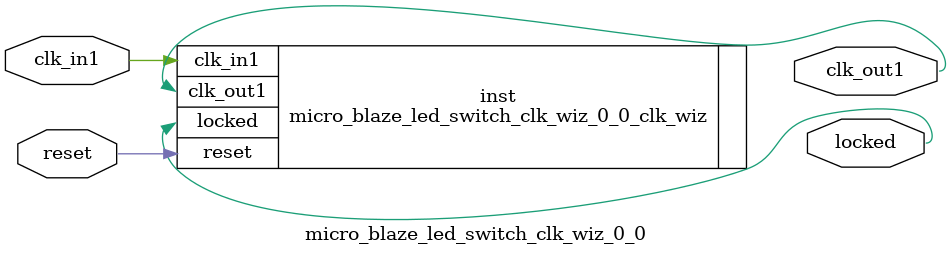
<source format=v>


`timescale 1ps/1ps

(* CORE_GENERATION_INFO = "micro_blaze_led_switch_clk_wiz_0_0,clk_wiz_v6_0_4_0_0,{component_name=micro_blaze_led_switch_clk_wiz_0_0,use_phase_alignment=true,use_min_o_jitter=false,use_max_i_jitter=false,use_dyn_phase_shift=false,use_inclk_switchover=false,use_dyn_reconfig=false,enable_axi=0,feedback_source=FDBK_AUTO,PRIMITIVE=MMCM,num_out_clk=1,clkin1_period=10.000,clkin2_period=10.000,use_power_down=false,use_reset=true,use_locked=true,use_inclk_stopped=false,feedback_type=SINGLE,CLOCK_MGR_TYPE=NA,manual_override=false}" *)

module micro_blaze_led_switch_clk_wiz_0_0 
 (
  // Clock out ports
  output        clk_out1,
  // Status and control signals
  input         reset,
  output        locked,
 // Clock in ports
  input         clk_in1
 );

  micro_blaze_led_switch_clk_wiz_0_0_clk_wiz inst
  (
  // Clock out ports  
  .clk_out1(clk_out1),
  // Status and control signals               
  .reset(reset), 
  .locked(locked),
 // Clock in ports
  .clk_in1(clk_in1)
  );

endmodule

</source>
